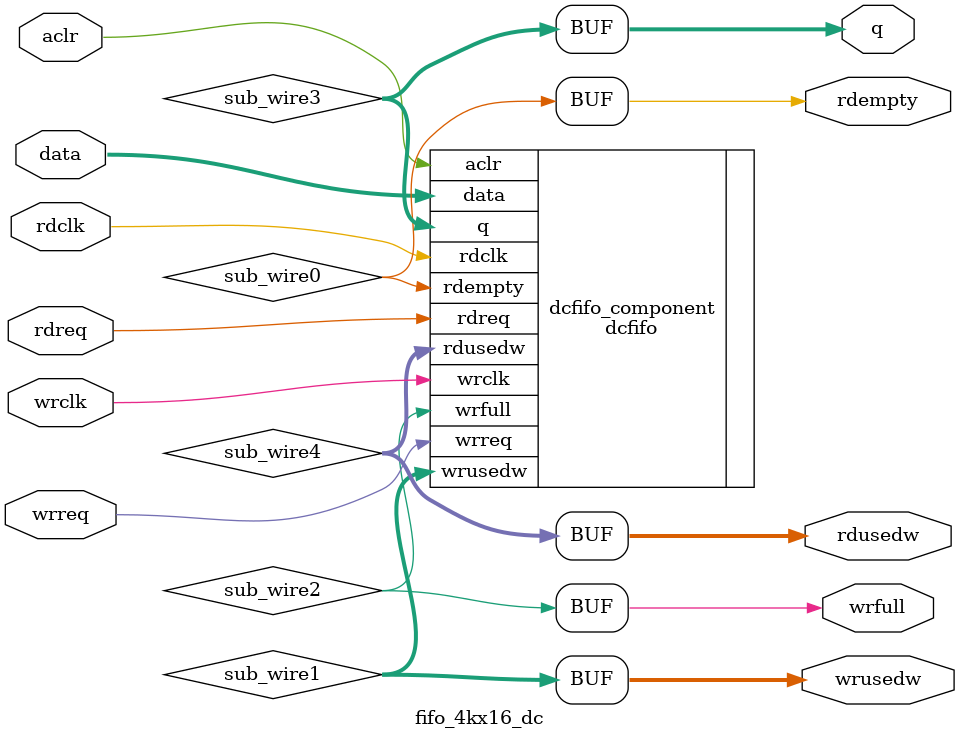
<source format=v>
module fifo_4kx16_dc (
	aclr,
	data,
	rdclk,
	rdreq,
	wrclk,
	wrreq,
	q,
	rdempty,
	rdusedw,
	wrfull,
	wrusedw);
	input	  aclr;
	input	[15:0]  data;
	input	  rdclk;
	input	  rdreq;
	input	  wrclk;
	input	  wrreq;
	output	[15:0]  q;
	output	  rdempty;
	output	[11:0]  rdusedw;
	output	  wrfull;
	output	[11:0]  wrusedw;
	wire  sub_wire0;
	wire [11:0] sub_wire1;
	wire  sub_wire2;
	wire [15:0] sub_wire3;
	wire [11:0] sub_wire4;
	wire  rdempty = sub_wire0;
	wire [11:0] wrusedw = sub_wire1[11:0];
	wire  wrfull = sub_wire2;
	wire [15:0] q = sub_wire3[15:0];
	wire [11:0] rdusedw = sub_wire4[11:0];
	dcfifo	dcfifo_component (
				.wrclk (wrclk),
				.rdreq (rdreq),
				.aclr (aclr),
				.rdclk (rdclk),
				.wrreq (wrreq),
				.data (data),
				.rdempty (sub_wire0),
				.wrusedw (sub_wire1),
				.wrfull (sub_wire2),
				.q (sub_wire3),
				.rdusedw (sub_wire4)
				// synopsys translate_off
				,
				.wrempty (),
				.rdfull ()
				// synopsys translate_on
				);
	defparam
		dcfifo_component.add_ram_output_register = "OFF",
		dcfifo_component.clocks_are_synchronized = "FALSE",
		dcfifo_component.intended_device_family = "Cyclone",
		dcfifo_component.lpm_numwords = 4096,
		dcfifo_component.lpm_showahead = "ON",
		dcfifo_component.lpm_type = "dcfifo",
		dcfifo_component.lpm_width = 16,
		dcfifo_component.lpm_widthu = 12,
		dcfifo_component.overflow_checking = "OFF",
		dcfifo_component.underflow_checking = "OFF",
		dcfifo_component.use_eab = "ON";
endmodule
</source>
